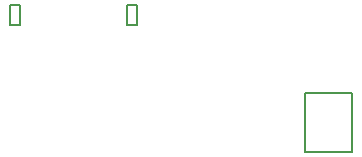
<source format=gbr>
%TF.GenerationSoftware,Altium Limited,Altium Designer,23.6.0 (18)*%
G04 Layer_Color=8388736*
%FSLAX45Y45*%
%MOMM*%
%TF.SameCoordinates,CA757A27-890D-4031-9470-5F8B39CF6935*%
%TF.FilePolarity,Positive*%
%TF.FileFunction,Other,Top_3D_Body*%
%TF.Part,Single*%
G01*
G75*
%TA.AperFunction,NonConductor*%
%ADD53C,0.20000*%
D53*
X6277498Y5072299D02*
Y5570301D01*
Y5072299D02*
X6676502D01*
Y5570301D01*
X6277498D02*
X6676502D01*
X4858299Y6150701D02*
Y6320699D01*
X4768301Y6150701D02*
X4858299D01*
X4768301D02*
Y6320699D01*
X4858299D01*
X3867699Y6150701D02*
Y6320699D01*
X3777701Y6150701D02*
X3867699D01*
X3777701D02*
Y6320699D01*
X3867699D01*
%TF.MD5,f9a2062693e415ae83548a41176016c8*%
M02*

</source>
